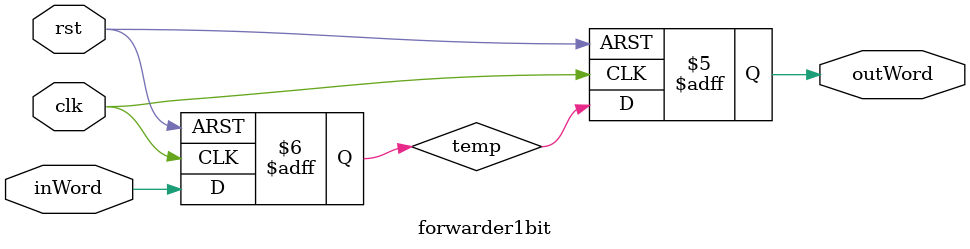
<source format=v>
module forwarder (
  input clk, rst,
  input [15:0] inWord,
  output reg [15:0] outWord
);

reg [15:0] temp;

always @ (negedge clk or negedge rst)
  if (!rst)
    temp = 0;
  else
    temp = inWord;

always @ (posedge clk or negedge rst)
  if (!rst)
    outWord = 0;
  else
    outWord = temp;

endmodule

module forwarder2bit (
  input clk, rst,
  input [1:0] inWord,
  output reg [1:0] outWord
);

reg [1:0] temp;

always @ (negedge clk or negedge rst)
  if (!rst)
    temp = 0;
  else
    temp = inWord;

always @ (posedge clk or negedge rst)
  if (!rst)
    outWord = 0;
  else
    outWord = temp;

endmodule

module forwarder4bit (
  input clk, rst,
  input [3:0] inWord,
  output reg [3:0] outWord
);

reg [3:0] temp;

always @ (negedge clk or negedge rst)
  if (!rst)
    temp = 0;
  else
    temp = inWord;

always @ (posedge clk or negedge rst)
  if (!rst)
    outWord = 0;
  else
    outWord = temp;

endmodule

module forwarder1bit (
  input clk, rst,
  input inWord,
  output reg outWord
);

reg temp;

always @ (negedge clk or negedge rst)
  if (!rst)
    temp = 1;
  else
    temp = inWord;

always @ (posedge clk or negedge rst)
  if (!rst)
    outWord = 1;
  else
    outWord = temp;

endmodule

</source>
